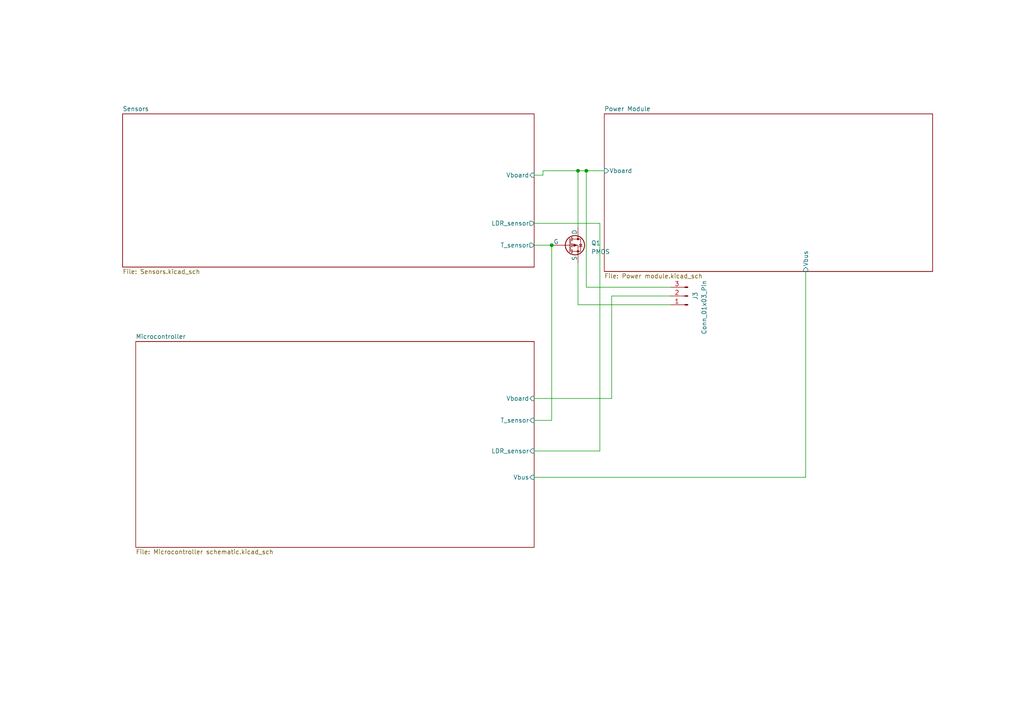
<source format=kicad_sch>
(kicad_sch (version 20230121) (generator eeschema)
  (paper "A4")
  (title_block (title "Full Schematic Group 14") (date "2023-03-12") (rev "Rev A") (company "UCT") (comment 1 "Aimee Simons (SMNAIM002)") (comment 2 "Ashik John (JHNASH009)") (comment 3 "Kudzi Kadzimu (KDZKUD001)"))
  (lib_symbols
    (symbol "Connector:Conn_01x03_Pin" (pin_names (offset 1.016) hide)
      (property "Reference" "J" (at 0 5.08 0))
      (property "Value" "Conn_01x03_Pin" (at 0 -5.08 0))
      (symbol "Conn_01x03_Pin_1_1"
        (polyline (pts (xy 1.27 -2.54) (xy 0.8636 -2.54)) (stroke (width 0.1524)))
        (polyline (pts (xy 1.27 0) (xy 0.8636 0)) (stroke (width 0.1524)))
        (polyline (pts (xy 1.27 2.54) (xy 0.8636 2.54)) (stroke (width 0.1524)))
        (rectangle (start 0.8636 -2.413) (end 0 -2.667) (stroke (width 0.1524)) (fill (type outline)))
        (rectangle (start 0.8636 0.127) (end 0 -0.127) (stroke (width 0.1524)) (fill (type outline)))
        (rectangle (start 0.8636 2.667) (end 0 2.413) (stroke (width 0.1524)) (fill (type outline)))
        (pin passive line (at 5.08 2.54 180) (length 3.81) (name "Pin_1") (number "1"))
        (pin passive line (at 5.08 0 180) (length 3.81) (name "Pin_2") (number "2"))
        (pin passive line (at 5.08 -2.54 180) (length 3.81) (name "Pin_3") (number "3"))
      )
    )
    (symbol "Simulation_SPICE:PMOS" (pin_numbers hide) (pin_names (offset 0))
      (property "Reference" "Q" (at 5.08 1.27 0))
      (property "Value" "PMOS" (at 5.08 -1.27 0))
      (symbol "PMOS_0_1"
        (polyline (pts (xy 0.254 0) (xy -2.54 0)))
        (polyline (pts (xy 0.254 1.905) (xy 0.254 -1.905)) (stroke (width 0.254)))
        (polyline (pts (xy 0.762 -1.27) (xy 0.762 -2.286)) (stroke (width 0.254)))
        (polyline (pts (xy 0.762 0.508) (xy 0.762 -0.508)) (stroke (width 0.254)))
        (polyline (pts (xy 0.762 2.286) (xy 0.762 1.27)) (stroke (width 0.254)))
        (polyline (pts (xy 2.54 2.54) (xy 2.54 1.778)))
        (polyline (pts (xy 2.54 -2.54) (xy 2.54 0) (xy 0.762 0)))
        (polyline (pts (xy 0.762 1.778) (xy 3.302 1.778) (xy 3.302 -1.778) (xy 0.762 -1.778)))
        (polyline (pts (xy 2.286 0) (xy 1.27 0.381) (xy 1.27 -0.381) (xy 2.286 0)) (fill (type outline)))
        (polyline (pts (xy 2.794 -0.508) (xy 2.921 -0.381) (xy 3.683 -0.381) (xy 3.81 -0.254)))
        (polyline (pts (xy 3.302 -0.381) (xy 2.921 0.254) (xy 3.683 0.254) (xy 3.302 -0.381)))
        (circle (center 1.651 0) (radius 2.794) (stroke (width 0.254)))
        (circle (center 2.54 -1.778) (radius 0.254) (fill (type outline)))
        (circle (center 2.54 1.778) (radius 0.254) (fill (type outline)))
      )
      (symbol "PMOS_1_1"
        (pin passive line (at 2.54 5.08 270) (length 2.54) (name "D") (number "1"))
        (pin input line (at -5.08 0 0) (length 2.54) (name "G") (number "2"))
        (pin passive line (at 2.54 -5.08 90) (length 2.54) (name "S") (number "3"))
      )
    )
  )
  (junction (at 167.64 49.53))
  (junction (at 170.053 49.53))
  (junction (at 160.02 71.12))
  (wire (pts (xy 177.419 85.852) (xy 194.437 85.852)))
  (wire (pts (xy 233.68 138.43) (xy 233.68 78.74)))
  (wire (pts (xy 170.053 83.312) (xy 194.437 83.312)))
  (wire (pts (xy 167.64 49.53) (xy 167.64 66.04)))
  (wire (pts (xy 157.48 49.53) (xy 157.48 50.8)))
  (wire (pts (xy 167.64 76.2) (xy 167.64 88.392)))
  (wire (pts (xy 173.99 64.77) (xy 173.99 130.81)))
  (wire (pts (xy 157.48 50.8) (xy 154.94 50.8)))
  (wire (pts (xy 170.053 49.53) (xy 175.26 49.53)))
  (wire (pts (xy 167.64 49.53) (xy 170.053 49.53)))
  (wire (pts (xy 154.94 64.77) (xy 173.99 64.77)))
  (wire (pts (xy 154.94 121.92) (xy 160.02 121.92)))
  (wire (pts (xy 157.48 49.53) (xy 167.64 49.53)))
  (wire (pts (xy 154.94 71.12) (xy 160.02 71.12)))
  (wire (pts (xy 154.94 115.57) (xy 177.419 115.57)))
  (wire (pts (xy 167.64 88.392) (xy 194.437 88.392)))
  (wire (pts (xy 173.99 130.81) (xy 154.94 130.81)))
  (wire (pts (xy 170.053 49.53) (xy 170.053 83.312)))
  (wire (pts (xy 177.419 85.852) (xy 177.419 115.57)))
  (wire (pts (xy 154.94 138.43) (xy 233.68 138.43)))
  (wire (pts (xy 160.02 71.12) (xy 160.02 121.92)))
  (symbol (lib_id "Simulation_SPICE:PMOS") (at 165.1 71.12 0) (unit 1)
    (property "Reference" "Q1" (at 171.45 70.485 0) (effects (justify left)))
    (property "Value" "PMOS" (at 171.45 73.025 0) (effects (justify left)))
    (property "Footprint" "Package_TO_SOT_THT:TO-3P-3_Vertical" (effects hide))
    (property "Datasheet" "https://ngspice.sourceforge.io/docs/ngspice-manual.pdf" (effects hide))
    (property "Sim.Device" "PMOS" (effects hide))
    (property "Sim.Type" "VDMOS" (effects hide))
    (property "Sim.Pins" "1=D 2=G 3=S" (effects hide))
    (property "JLCPCB Part #" "C115991" (effects hide))
    (property "Price" "0.52" (effects hide))
    (property "Price ( 1 board)" "0.52" (effects hide))
    (property "Price (5 boards)" "2.6" (effects hide))
  )
  (symbol (lib_id "Connector:Conn_01x03_Pin") (at 199.517 85.852 180) (unit 1)
    (property "Reference" "J3" (at 201.676 85.852 90))
    (property "Value" "Conn_01x03_Pin" (at 204.216 89.154 90))
    (property "Footprint" "Connector_PinHeader_1.00mm:PinHeader_1x03_P1.00mm_Vertical" (effects hide))
  )
  (sheet (at 175.26 33.02) (size 95.25 45.72) (stroke (width 0.1524))
    (property "Sheetname" "Power Module" (at 175.26 32.3084 0) (effects (justify left bottom)))
    (property "Sheetfile" "Power module.kicad_sch" (at 175.26 79.3246 0) (effects (justify left top)))
    (pin "Vboard" input (at 175.26 49.53 180))
    (pin "Vbus" input (at 233.68 78.74 270))
  )
  (sheet (at 39.37 99.06) (size 115.57 59.69) (stroke (width 0.1524))
    (property "Sheetname" "Microcontroller" (at 39.37 98.3484 0) (effects (justify left bottom)))
    (property "Sheetfile" "Microcontroller schematic.kicad_sch" (at 39.37 159.3346 0) (effects (justify left top)))
    (pin "Vboard" input (at 154.94 115.57 0))
    (pin "T_sensor" input (at 154.94 121.92 0))
    (pin "LDR_sensor" input (at 154.94 130.81 0))
    (pin "Vbus" input (at 154.94 138.43 0))
  )
  (sheet (at 35.56 33.02) (size 119.38 44.45) (stroke (width 0.1524))
    (property "Sheetname" "Sensors" (at 35.56 32.3084 0) (effects (justify left bottom)))
    (property "Sheetfile" "Sensors.kicad_sch" (at 35.56 78.0546 0) (effects (justify left top)))
    (pin "Vboard" input (at 154.94 50.8 0))
    (pin "LDR_sensor" output (at 154.94 64.77 0))
    (pin "T_sensor" output (at 154.94 71.12 0))
  )
)
</source>
